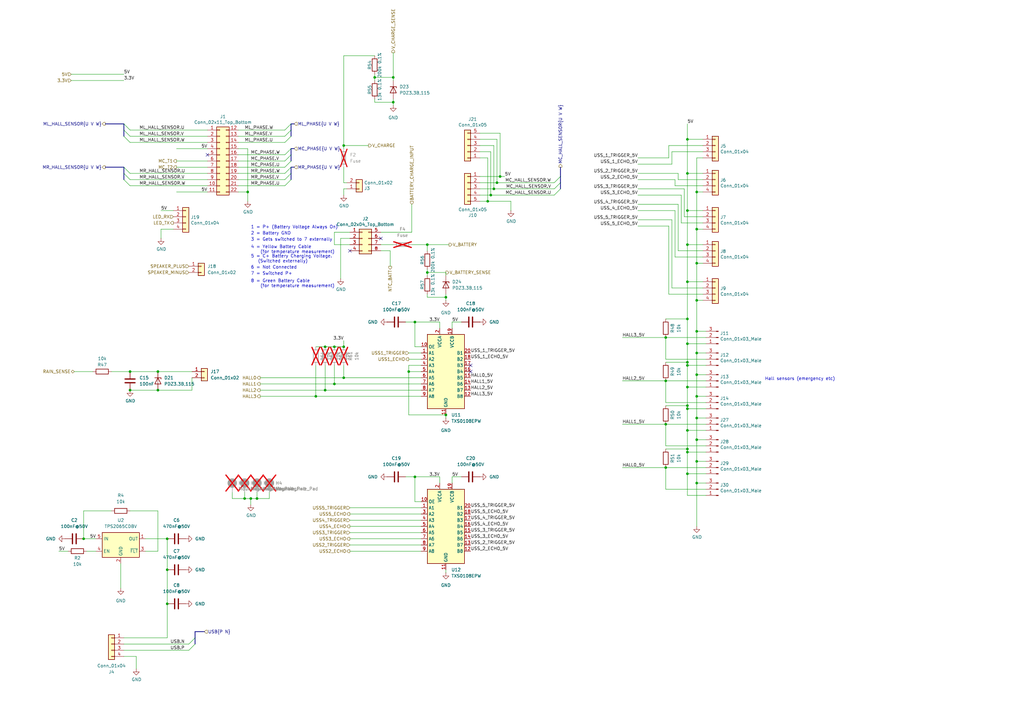
<source format=kicad_sch>
(kicad_sch (version 20231120) (generator "eeschema") (generator_version "8.0")
  (paper "A3")
  (junction (at 182.88 170.18))
  (junction (at 281.94 194.31))
  (junction (at 133.35 160.02))
  (junction (at 53.34 152.4))
  (junction (at 34.29 220.98))
  (junction (at 273.05 138.43))
  (junction (at 285.75 162.56))
  (junction (at 281.94 185.42))
  (junction (at 140.97 59.69))
  (junction (at 100.33 204.47))
  (junction (at 285.75 171.45))
  (junction (at 281.94 158.75))
  (junction (at 285.75 107.95))
  (junction (at 102.87 204.47))
  (junction (at 205.105 72.39))
  (junction (at 137.16 142.24))
  (junction (at 140.97 154.94))
  (junction (at 129.54 162.56))
  (junction (at 68.58 220.98))
  (junction (at 281.94 167.64))
  (junction (at 285.75 189.23))
  (junction (at 281.94 100.33))
  (junction (at 273.05 191.77))
  (junction (at 68.58 247.65))
  (junction (at 170.18 195.58))
  (junction (at 285.75 93.98))
  (junction (at 203.835 74.93))
  (junction (at 182.88 121.92))
  (junction (at 64.77 152.4))
  (junction (at 281.94 140.97))
  (junction (at 281.94 166.37))
  (junction (at 281.94 149.86))
  (junction (at 53.34 160.02))
  (junction (at 140.97 142.24))
  (junction (at 170.18 132.08))
  (junction (at 281.94 86.36))
  (junction (at 133.35 142.24))
  (junction (at 161.29 31.75))
  (junction (at 281.94 71.12))
  (junction (at 64.77 160.02))
  (junction (at 285.75 78.74))
  (junction (at 161.29 41.91))
  (junction (at 167.64 152.4))
  (junction (at 281.94 57.15))
  (junction (at 153.67 31.75))
  (junction (at 285.75 144.78))
  (junction (at 273.05 156.21))
  (junction (at 175.26 100.33))
  (junction (at 202.565 77.47))
  (junction (at 273.05 173.99))
  (junction (at 175.26 111.76))
  (junction (at 281.94 184.15))
  (junction (at 285.75 153.67))
  (junction (at 285.75 180.34))
  (junction (at 285.75 123.19))
  (junction (at 105.41 204.47))
  (junction (at 200.025 82.55))
  (junction (at 285.75 198.12))
  (junction (at 281.94 176.53))
  (junction (at 281.94 130.81))
  (junction (at 201.295 80.01))
  (junction (at 285.75 135.89))
  (junction (at 68.58 233.68))
  (junction (at 101.6 78.74))
  (junction (at 137.16 157.48))
  (junction (at 281.94 115.57))
  (junction (at 281.94 148.59))
  (no_connect (at 193.04 149.86))
  (no_connect (at 85.09 63.5))
  (no_connect (at 193.04 152.4))
  (no_connect (at 156.21 97.79))
  (no_connect (at 143.51 102.87))
  (bus_entry (at 116.84 68.58) (size 2.54 -2.54))
  (bus_entry (at 116.84 73.66) (size 2.54 -2.54))
  (bus_entry (at 50.8 55.88) (size 2.54 2.54))
  (bus_entry (at 50.8 53.34) (size 2.54 2.54))
  (bus_entry (at 116.84 63.5) (size 2.54 -2.54))
  (bus_entry (at 116.84 55.88) (size 2.54 -2.54))
  (bus_entry (at 77.47 266.7) (size 2.54 -2.54))
  (bus_entry (at 116.84 66.04) (size 2.54 -2.54))
  (bus_entry (at 229.87 72.39) (size -2.54 2.54))
  (bus_entry (at 50.8 50.8) (size 2.54 2.54))
  (bus_entry (at 116.84 71.12) (size 2.54 -2.54))
  (bus_entry (at 77.47 264.16) (size 2.54 -2.54))
  (bus_entry (at 50.8 71.12) (size 2.54 2.54))
  (bus_entry (at 116.84 58.42) (size 2.54 -2.54))
  (bus_entry (at 116.84 76.2) (size 2.54 -2.54))
  (bus_entry (at 50.8 73.66) (size 2.54 2.54))
  (bus_entry (at 116.84 53.34) (size 2.54 -2.54))
  (bus_entry (at 229.87 74.93) (size -2.54 2.54))
  (bus_entry (at 229.87 77.47) (size -2.54 2.54))
  (bus_entry (at 50.8 68.58) (size 2.54 2.54))
  (wire (pts (xy 203.835 74.93) (xy 227.33 74.93)))
  (wire (pts (xy 202.565 59.69) (xy 202.565 77.47)))
  (wire (pts (xy 274.32 64.77) (xy 274.32 59.69)))
  (wire (pts (xy 137.16 100.33) (xy 143.51 100.33)))
  (wire (pts (xy 140.97 77.47) (xy 140.97 80.01)))
  (wire (pts (xy 200.025 64.77) (xy 200.025 82.55)))
  (wire (pts (xy 175.26 120.65) (xy 175.26 121.92)))
  (wire (pts (xy 276.86 76.2) (xy 276.86 73.66)))
  (bus (pts (xy 119.38 53.34) (xy 119.38 55.88)))
  (wire (pts (xy 143.51 218.44) (xy 172.72 218.44)))
  (wire (pts (xy 274.32 120.65) (xy 274.32 92.71)))
  (wire (pts (xy 100.33 204.47) (xy 102.87 204.47)))
  (bus (pts (xy 119.38 60.96) (xy 120.65 60.96)))
  (wire (pts (xy 255.27 156.21) (xy 273.05 156.21)))
  (wire (pts (xy 285.75 189.23) (xy 285.75 198.12)))
  (wire (pts (xy 285.75 78.74) (xy 285.75 93.98)))
  (wire (pts (xy 143.51 223.52) (xy 172.72 223.52)))
  (wire (pts (xy 53.34 152.4) (xy 64.77 152.4)))
  (wire (pts (xy 285.75 180.34) (xy 285.75 189.23)))
  (wire (pts (xy 203.835 57.15) (xy 203.835 74.93)))
  (wire (pts (xy 285.75 198.12) (xy 289.56 198.12)))
  (wire (pts (xy 53.34 53.34) (xy 85.09 53.34)))
  (wire (pts (xy 143.51 226.06) (xy 172.72 226.06)))
  (wire (pts (xy 64.77 152.4) (xy 78.74 152.4)))
  (wire (pts (xy 137.16 95.25) (xy 137.16 100.33)))
  (wire (pts (xy 140.97 68.58) (xy 140.97 74.93)))
  (wire (pts (xy 276.86 86.36) (xy 276.86 105.41)))
  (wire (pts (xy 280.67 77.47) (xy 280.67 88.9)))
  (wire (pts (xy 196.85 57.15) (xy 203.835 57.15)))
  (wire (pts (xy 156.21 100.33) (xy 161.29 100.33)))
  (wire (pts (xy 170.18 132.08) (xy 166.37 132.08)))
  (bus (pts (xy 119.38 73.66) (xy 119.38 71.12)))
  (wire (pts (xy 95.25 204.47) (xy 100.33 204.47)))
  (wire (pts (xy 185.42 198.12) (xy 185.42 195.58)))
  (wire (pts (xy 97.79 73.66) (xy 116.84 73.66)))
  (wire (pts (xy 153.67 31.75) (xy 161.29 31.75)))
  (wire (pts (xy 24.13 226.06) (xy 27.94 226.06)))
  (wire (pts (xy 289.56 165.1) (xy 273.05 165.1)))
  (bus (pts (xy 229.87 74.93) (xy 229.87 77.47)))
  (wire (pts (xy 281.94 71.12) (xy 281.94 57.15)))
  (wire (pts (xy 170.18 142.24) (xy 170.18 132.08)))
  (wire (pts (xy 45.72 209.55) (xy 34.29 209.55)))
  (wire (pts (xy 129.54 142.24) (xy 133.35 142.24)))
  (bus (pts (xy 50.8 71.12) (xy 50.8 73.66)))
  (wire (pts (xy 196.85 62.23) (xy 201.295 62.23)))
  (wire (pts (xy 196.85 82.55) (xy 200.025 82.55)))
  (wire (pts (xy 101.6 78.74) (xy 101.6 82.55)))
  (wire (pts (xy 170.18 205.74) (xy 170.18 195.58)))
  (bus (pts (xy 50.8 68.58) (xy 50.8 71.12)))
  (wire (pts (xy 143.51 220.98) (xy 172.72 220.98)))
  (wire (pts (xy 288.29 93.98) (xy 285.75 93.98)))
  (wire (pts (xy 285.75 144.78) (xy 285.75 153.67)))
  (wire (pts (xy 261.62 86.36) (xy 276.86 86.36)))
  (wire (pts (xy 106.68 162.56) (xy 129.54 162.56)))
  (wire (pts (xy 281.94 149.86) (xy 281.94 158.75)))
  (wire (pts (xy 285.75 123.19) (xy 285.75 135.89)))
  (wire (pts (xy 182.88 113.03) (xy 182.88 111.76)))
  (wire (pts (xy 278.13 71.12) (xy 278.13 73.66)))
  (wire (pts (xy 182.88 121.92) (xy 182.88 120.65)))
  (wire (pts (xy 288.29 57.15) (xy 281.94 57.15)))
  (wire (pts (xy 161.29 41.91) (xy 161.29 40.64)))
  (bus (pts (xy 119.38 63.5) (xy 119.38 60.96)))
  (wire (pts (xy 50.8 261.62) (xy 68.58 261.62)))
  (wire (pts (xy 196.85 54.61) (xy 205.105 54.61)))
  (wire (pts (xy 137.16 149.86) (xy 137.16 157.48)))
  (wire (pts (xy 209.55 82.55) (xy 209.55 86.36)))
  (wire (pts (xy 29.21 30.48) (xy 50.8 30.48)))
  (wire (pts (xy 185.42 195.58) (xy 189.23 195.58)))
  (wire (pts (xy 278.13 102.87) (xy 278.13 83.82)))
  (wire (pts (xy 140.97 74.93) (xy 142.24 74.93)))
  (wire (pts (xy 285.75 189.23) (xy 289.56 189.23)))
  (wire (pts (xy 53.34 58.42) (xy 85.09 58.42)))
  (wire (pts (xy 196.85 77.47) (xy 202.565 77.47)))
  (wire (pts (xy 140.97 22.86) (xy 153.67 22.86)))
  (wire (pts (xy 167.64 149.86) (xy 167.64 152.4)))
  (wire (pts (xy 29.21 33.02) (xy 50.8 33.02)))
  (wire (pts (xy 196.85 72.39) (xy 205.105 72.39)))
  (wire (pts (xy 106.68 160.02) (xy 133.35 160.02)))
  (wire (pts (xy 105.41 204.47) (xy 110.49 204.47)))
  (wire (pts (xy 49.53 231.14) (xy 49.53 241.3)))
  (wire (pts (xy 143.51 213.36) (xy 172.72 213.36)))
  (wire (pts (xy 72.39 78.74) (xy 85.09 78.74)))
  (wire (pts (xy 143.51 210.82) (xy 172.72 210.82)))
  (wire (pts (xy 68.58 220.98) (xy 68.58 233.68)))
  (wire (pts (xy 64.77 226.06) (xy 64.77 209.55)))
  (wire (pts (xy 281.94 148.59) (xy 281.94 149.86)))
  (wire (pts (xy 59.69 226.06) (xy 64.77 226.06)))
  (wire (pts (xy 39.37 226.06) (xy 35.56 226.06)))
  (wire (pts (xy 196.85 80.01) (xy 201.295 80.01)))
  (wire (pts (xy 175.26 111.76) (xy 182.88 111.76)))
  (wire (pts (xy 285.75 135.89) (xy 289.56 135.89)))
  (wire (pts (xy 106.68 157.48) (xy 137.16 157.48)))
  (wire (pts (xy 285.75 171.45) (xy 285.75 180.34)))
  (wire (pts (xy 50.8 264.16) (xy 77.47 264.16)))
  (wire (pts (xy 275.59 118.11) (xy 288.29 118.11)))
  (bus (pts (xy 119.38 66.04) (xy 119.38 63.5)))
  (wire (pts (xy 97.79 60.96) (xy 101.6 60.96)))
  (wire (pts (xy 129.54 162.56) (xy 172.72 162.56)))
  (wire (pts (xy 289.56 182.88) (xy 273.05 182.88)))
  (wire (pts (xy 201.295 80.01) (xy 227.33 80.01)))
  (wire (pts (xy 288.29 107.95) (xy 285.75 107.95)))
  (wire (pts (xy 172.72 205.74) (xy 170.18 205.74)))
  (wire (pts (xy 180.34 195.58) (xy 170.18 195.58)))
  (wire (pts (xy 59.69 220.98) (xy 68.58 220.98)))
  (wire (pts (xy 167.64 152.4) (xy 172.72 152.4)))
  (wire (pts (xy 34.29 209.55) (xy 34.29 220.98)))
  (bus (pts (xy 119.38 71.12) (xy 119.38 68.58)))
  (bus (pts (xy 80.01 264.16) (xy 80.01 261.62)))
  (wire (pts (xy 255.27 191.77) (xy 273.05 191.77)))
  (wire (pts (xy 196.85 74.93) (xy 203.835 74.93)))
  (wire (pts (xy 275.59 90.17) (xy 275.59 118.11)))
  (wire (pts (xy 137.16 157.48) (xy 172.72 157.48)))
  (wire (pts (xy 261.62 67.31) (xy 275.59 67.31)))
  (wire (pts (xy 285.75 198.12) (xy 285.75 215.9)))
  (wire (pts (xy 140.97 59.69) (xy 151.13 59.69)))
  (wire (pts (xy 140.97 59.69) (xy 140.97 60.96)))
  (wire (pts (xy 275.59 62.23) (xy 288.29 62.23)))
  (wire (pts (xy 261.62 71.12) (xy 278.13 71.12)))
  (wire (pts (xy 285.75 171.45) (xy 289.56 171.45)))
  (wire (pts (xy 133.35 160.02) (xy 133.35 149.86)))
  (wire (pts (xy 285.75 93.98) (xy 285.75 107.95)))
  (wire (pts (xy 102.87 204.47) (xy 102.87 207.01)))
  (wire (pts (xy 50.8 266.7) (xy 77.47 266.7)))
  (wire (pts (xy 205.105 54.61) (xy 205.105 72.39)))
  (wire (pts (xy 281.94 115.57) (xy 288.29 115.57)))
  (wire (pts (xy 281.94 158.75) (xy 281.94 166.37)))
  (wire (pts (xy 175.26 121.92) (xy 182.88 121.92)))
  (wire (pts (xy 288.29 64.77) (xy 285.75 64.77)))
  (wire (pts (xy 285.75 153.67) (xy 285.75 162.56)))
  (bus (pts (xy 229.87 72.39) (xy 229.87 74.93)))
  (wire (pts (xy 205.105 72.39) (xy 207.01 72.39)))
  (wire (pts (xy 285.75 107.95) (xy 285.75 123.19)))
  (wire (pts (xy 288.29 76.2) (xy 276.86 76.2)))
  (wire (pts (xy 167.64 170.18) (xy 182.88 170.18)))
  (bus (pts (xy 119.38 68.58) (xy 120.65 68.58)))
  (wire (pts (xy 140.97 139.7) (xy 140.97 142.24)))
  (wire (pts (xy 281.94 176.53) (xy 281.94 167.64)))
  (wire (pts (xy 97.79 71.12) (xy 116.84 71.12)))
  (wire (pts (xy 97.79 55.88) (xy 116.84 55.88)))
  (wire (pts (xy 285.75 144.78) (xy 289.56 144.78)))
  (wire (pts (xy 53.34 73.66) (xy 85.09 73.66)))
  (bus (pts (xy 43.18 50.8) (xy 50.8 50.8)))
  (wire (pts (xy 281.94 130.81) (xy 281.94 140.97)))
  (wire (pts (xy 34.29 220.98) (xy 39.37 220.98)))
  (wire (pts (xy 273.05 130.81) (xy 281.94 130.81)))
  (wire (pts (xy 68.58 247.65) (xy 68.58 261.62)))
  (wire (pts (xy 288.29 100.33) (xy 281.94 100.33)))
  (wire (pts (xy 97.79 53.34) (xy 116.84 53.34)))
  (wire (pts (xy 71.12 93.98) (xy 66.04 93.98)))
  (wire (pts (xy 66.04 93.98) (xy 66.04 97.79)))
  (wire (pts (xy 289.56 200.66) (xy 273.05 200.66)))
  (wire (pts (xy 30.48 152.4) (xy 38.1 152.4)))
  (wire (pts (xy 281.94 71.12) (xy 281.94 86.36)))
  (wire (pts (xy 281.94 158.75) (xy 289.56 158.75)))
  (wire (pts (xy 153.67 41.91) (xy 161.29 41.91)))
  (wire (pts (xy 101.6 60.96) (xy 101.6 78.74)))
  (bus (pts (xy 80.01 259.08) (xy 83.82 259.08)))
  (wire (pts (xy 140.97 154.94) (xy 140.97 149.86)))
  (wire (pts (xy 182.88 123.19) (xy 182.88 121.92)))
  (wire (pts (xy 281.94 140.97) (xy 281.94 148.59)))
  (wire (pts (xy 167.64 144.78) (xy 172.72 144.78)))
  (wire (pts (xy 278.13 73.66) (xy 288.29 73.66)))
  (wire (pts (xy 105.41 201.93) (xy 105.41 204.47)))
  (wire (pts (xy 97.79 66.04) (xy 116.84 66.04)))
  (bus (pts (xy 80.01 261.62) (xy 80.01 259.08)))
  (wire (pts (xy 285.75 135.89) (xy 285.75 144.78)))
  (wire (pts (xy 53.34 71.12) (xy 85.09 71.12)))
  (wire (pts (xy 281.94 185.42) (xy 281.94 194.31)))
  (wire (pts (xy 185.42 134.62) (xy 185.42 132.08)))
  (wire (pts (xy 156.21 102.87) (xy 160.02 102.87)))
  (wire (pts (xy 288.29 91.44) (xy 279.4 91.44)))
  (wire (pts (xy 281.94 184.15) (xy 281.94 185.42)))
  (wire (pts (xy 185.42 132.08) (xy 189.23 132.08)))
  (bus (pts (xy 229.87 68.58) (xy 229.87 72.39)))
  (wire (pts (xy 289.56 203.2) (xy 281.94 203.2)))
  (wire (pts (xy 281.94 140.97) (xy 289.56 140.97)))
  (wire (pts (xy 281.94 57.15) (xy 281.94 50.8)))
  (wire (pts (xy 281.94 176.53) (xy 289.56 176.53)))
  (wire (pts (xy 180.34 134.62) (xy 180.34 132.08)))
  (bus (pts (xy 43.18 68.58) (xy 50.8 68.58)))
  (wire (pts (xy 72.39 60.96) (xy 85.09 60.96)))
  (wire (pts (xy 255.27 173.99) (xy 273.05 173.99)))
  (wire (pts (xy 153.67 31.75) (xy 153.67 33.02)))
  (wire (pts (xy 97.79 58.42) (xy 116.84 58.42)))
  (wire (pts (xy 153.67 30.48) (xy 153.67 31.75)))
  (wire (pts (xy 102.87 204.47) (xy 105.41 204.47)))
  (wire (pts (xy 288.29 86.36) (xy 281.94 86.36)))
  (wire (pts (xy 129.54 149.86) (xy 129.54 162.56)))
  (bus (pts (xy 50.8 50.8) (xy 50.8 53.34)))
  (wire (pts (xy 95.25 201.93) (xy 95.25 204.47)))
  (wire (pts (xy 196.85 64.77) (xy 200.025 64.77)))
  (wire (pts (xy 289.56 167.64) (xy 281.94 167.64)))
  (wire (pts (xy 280.67 88.9) (xy 288.29 88.9)))
  (wire (pts (xy 276.86 73.66) (xy 261.62 73.66)))
  (wire (pts (xy 200.025 82.55) (xy 209.55 82.55)))
  (wire (pts (xy 273.05 184.15) (xy 281.94 184.15)))
  (wire (pts (xy 273.05 165.1) (xy 273.05 156.21)))
  (wire (pts (xy 281.94 176.53) (xy 281.94 184.15)))
  (wire (pts (xy 288.29 102.87) (xy 278.13 102.87)))
  (wire (pts (xy 133.35 142.24) (xy 137.16 142.24)))
  (wire (pts (xy 142.24 77.47) (xy 140.97 77.47)))
  (wire (pts (xy 55.88 269.24) (xy 55.88 274.32)))
  (wire (pts (xy 143.51 95.25) (xy 137.16 95.25)))
  (wire (pts (xy 172.72 149.86) (xy 167.64 149.86)))
  (wire (pts (xy 202.565 77.47) (xy 227.33 77.47)))
  (wire (pts (xy 279.4 80.01) (xy 261.62 80.01)))
  (bus (pts (xy 50.8 53.34) (xy 50.8 55.88)))
  (wire (pts (xy 289.56 147.32) (xy 273.05 147.32)))
  (wire (pts (xy 288.29 78.74) (xy 285.75 78.74)))
  (wire (pts (xy 273.05 148.59) (xy 281.94 148.59)))
  (wire (pts (xy 97.79 68.58) (xy 116.84 68.58)))
  (wire (pts (xy 170.18 195.58) (xy 166.37 195.58)))
  (wire (pts (xy 281.94 149.86) (xy 289.56 149.86)))
  (wire (pts (xy 285.75 162.56) (xy 289.56 162.56)))
  (wire (pts (xy 64.77 209.55) (xy 53.34 209.55)))
  (wire (pts (xy 285.75 162.56) (xy 285.75 171.45)))
  (wire (pts (xy 140.97 22.86) (xy 140.97 59.69)))
  (wire (pts (xy 182.88 171.45) (xy 182.88 170.18)))
  (wire (pts (xy 273.05 156.21) (xy 289.56 156.21)))
  (wire (pts (xy 281.94 194.31) (xy 289.56 194.31)))
  (wire (pts (xy 97.79 78.74) (xy 101.6 78.74)))
  (wire (pts (xy 196.85 59.69) (xy 202.565 59.69)))
  (wire (pts (xy 288.29 120.65) (xy 274.32 120.65)))
  (wire (pts (xy 255.27 138.43) (xy 273.05 138.43)))
  (wire (pts (xy 261.62 64.77) (xy 274.32 64.77)))
  (wire (pts (xy 97.79 63.5) (xy 116.84 63.5)))
  (wire (pts (xy 175.26 100.33) (xy 184.15 100.33)))
  (wire (pts (xy 281.94 185.42) (xy 289.56 185.42)))
  (wire (pts (xy 143.51 215.9) (xy 172.72 215.9)))
  (wire (pts (xy 143.51 97.79) (xy 139.7 97.79)))
  (wire (pts (xy 172.72 142.24) (xy 170.18 142.24)))
  (wire (pts (xy 78.74 160.02) (xy 64.77 160.02)))
  (wire (pts (xy 161.29 33.02) (xy 161.29 31.75)))
  (wire (pts (xy 180.34 198.12) (xy 180.34 195.58)))
  (wire (pts (xy 97.79 76.2) (xy 116.84 76.2)))
  (wire (pts (xy 161.29 43.18) (xy 161.29 41.91)))
  (wire (pts (xy 285.75 153.67) (xy 289.56 153.67)))
  (wire (pts (xy 273.05 200.66) (xy 273.05 191.77)))
  (wire (pts (xy 281.94 115.57) (xy 281.94 130.81)))
  (wire (pts (xy 156.21 95.25) (xy 168.91 95.25)))
  (wire (pts (xy 180.34 132.08) (xy 170.18 132.08)))
  (wire (pts (xy 274.32 92.71) (xy 261.62 92.71)))
  (wire (pts (xy 139.7 97.79) (xy 139.7 114.3)))
  (wire (pts (xy 153.67 40.64) (xy 153.67 41.91)))
  (wire (pts (xy 167.64 152.4) (xy 167.64 170.18)))
  (wire (pts (xy 85.09 68.58) (xy 72.39 68.58)))
  (wire (pts (xy 50.8 269.24) (xy 55.88 269.24)))
  (wire (pts (xy 281.94 100.33) (xy 281.94 115.57)))
  (wire (pts (xy 106.68 154.94) (xy 140.97 154.94)))
  (wire (pts (xy 53.34 76.2) (xy 85.09 76.2)))
  (wire (pts (xy 45.72 152.4) (xy 53.34 152.4)))
  (wire (pts (xy 168.91 100.33) (xy 175.26 100.33)))
  (wire (pts (xy 140.97 154.94) (xy 172.72 154.94)))
  (wire (pts (xy 161.29 21.59) (xy 161.29 31.75)))
  (wire (pts (xy 100.33 201.93) (xy 100.33 204.47)))
  (wire (pts (xy 276.86 105.41) (xy 288.29 105.41)))
  (wire (pts (xy 273.05 182.88) (xy 273.05 173.99)))
  (wire (pts (xy 278.13 83.82) (xy 261.62 83.82)))
  (wire (pts (xy 78.74 154.94) (xy 78.74 160.02)))
  (wire (pts (xy 288.29 71.12) (xy 281.94 71.12)))
  (wire (pts (xy 285.75 64.77) (xy 285.75 78.74)))
  (bus (pts (xy 119.38 50.8) (xy 120.65 50.8)))
  (wire (pts (xy 172.72 160.02) (xy 133.35 160.02)))
  (wire (pts (xy 137.16 142.24) (xy 140.97 142.24)))
  (wire (pts (xy 53.34 160.02) (xy 64.77 160.02)))
  (wire (pts (xy 175.26 111.76) (xy 175.26 113.03)))
  (wire (pts (xy 66.04 86.36) (xy 71.12 86.36)))
  (wire (pts (xy 53.34 55.88) (xy 85.09 55.88)))
  (wire (pts (xy 110.49 204.47) (xy 110.49 201.93)))
  (wire (pts (xy 167.64 147.32) (xy 172.72 147.32)))
  (wire (pts (xy 281.94 86.36) (xy 281.94 100.33)))
  (wire (pts (xy 261.62 90.17) (xy 275.59 90.17)))
  (wire (pts (xy 273.05 191.77) (xy 289.56 191.77)))
  (wire (pts (xy 273.05 147.32) (xy 273.05 138.43)))
  (wire (pts (xy 275.59 67.31) (xy 275.59 62.23)))
  (wire (pts (xy 201.295 62.23) (xy 201.295 80.01)))
  (wire (pts (xy 68.58 233.68) (xy 68.58 247.65)))
  (wire (pts (xy 273.05 166.37) (xy 281.94 166.37)))
  (wire (pts (xy 285.75 180.34) (xy 289.56 180.34)))
  (wire (pts (xy 281.94 166.37) (xy 281.94 167.64)))
  (wire (pts (xy 273.05 173.99) (xy 289.56 173.99)))
  (wire (pts (xy 85.09 66.04) (xy 72.39 66.04)))
  (wire (pts (xy 182.88 234.95) (xy 182.88 233.68)))
  (wire (pts (xy 175.26 110.49) (xy 175.26 111.76)))
  (wire (pts (xy 279.4 91.44) (xy 279.4 80.01)))
  (wire (pts (xy 274.32 59.69) (xy 288.29 59.69)))
  (wire (pts (xy 160.02 102.87) (xy 160.02 109.22)))
  (bus (pts (xy 119.38 53.34) (xy 119.38 50.8)))
  (wire (pts (xy 273.05 138.43) (xy 289.56 138.43)))
  (wire (pts (xy 281.94 194.31) (xy 281.94 203.2)))
  (wire (pts (xy 288.29 123.19) (xy 285.75 123.19)))
  (wire (pts (xy 143.51 208.28) (xy 172.72 208.28)))
  (wire (pts (xy 168.91 83.82) (xy 168.91 95.25)))
  (wire (pts (xy 175.26 102.87) (xy 175.26 100.33)))
  (wire (pts (xy 261.62 77.47) (xy 280.67 77.47)))
  (text "3 = Gets switched to 7 externally" (at 102.87 99.06 0) (effects (font (size 1.27 1.27)) (justify left bottom)))
  (text "8 = Green Battery Cable\n    (for temperature measurement)" (at 102.87 118.11 0) (effects (font (size 1.27 1.27)) (justify left bottom)))
  (text "7 = Switched P+" (at 102.87 113.03 0) (effects (font (size 1.27 1.27)) (justify left bottom)))
  (text "2 = Battery GND" (at 102.87 96.52 0) (effects (font (size 1.27 1.27)) (justify left bottom)))
  (text "4 = Yellow Battery Cable\n    (for temperature measurement)" (at 102.87 104.14 0) (effects (font (size 1.27 1.27)) (justify left bottom)))
  (text "6 = Not Connected" (at 102.87 110.49 0) (effects (font (size 1.27 1.27)) (justify left bottom)))
  (text "5 = C+ Battery Charging Voltage.\n   (Switched externally)" (at 102.87 107.95 0) (effects (font (size 1.27 1.27)) (justify left bottom)))
  (text "1 = P+ (Battery Voltage Always On)" (at 102.87 93.98 0) (effects (font (size 1.27 1.27)) (justify left bottom)))
  (text "Hall sensors (emergency etc)" (at 313.69 156.21 0) (effects (font (size 1.27 1.27)) (justify left bottom)))
  (label "USS_2_TRIGGER_5V" (at 261.62 71.12 180))
  (label "HALL0_5V" (at 193.04 154.94 0))
  (label "USS_4_ECHO_5V" (at 193.04 215.9 0))
  (label "HALL1_5V" (at 193.04 157.48 0))
  (label "MC_PHASE.V" (at 102.87 66.04 0))
  (label "5V" (at 66.04 86.36 0))
  (label "MR_HALL_SENSOR.U" (at 57.15 71.12 0))
  (label "HALL2_5V" (at 193.04 160.02 0))
  (label "5V" (at 50.8 30.48 0))
  (label "5V" (at 185.42 132.08 0))
  (label "HALL3_5V" (at 193.04 162.56 0))
  (label "5V" (at 82.55 78.74 0))
  (label "USS_3_TRIGGER_5V" (at 261.62 77.47 180))
  (label "ML_PHASE.W" (at 100.33 53.34 0))
  (label "MR_PHASE.V" (at 102.87 73.66 0))
  (label "ML_HALL_SENSOR.W" (at 57.15 58.42 0))
  (label "MC_HALL_SENSOR.V" (at 226.06 77.47 180))
  (label "5V" (at 281.94 50.8 0))
  (label "ML_PHASE.V" (at 100.33 55.88 0))
  (label "3.3V" (at 140.97 139.7 180))
  (label "USS_5_ECHO_5V" (at 193.04 210.82 0))
  (label "HALL1_5V" (at 255.27 173.99 0))
  (label "USS_3_ECHO_5V" (at 193.04 220.98 0))
  (label "3.3V" (at 50.8 33.02 0))
  (label "USS_3_ECHO_5V" (at 261.62 80.01 180))
  (label "USS_4_ECHO_5V" (at 261.62 86.36 180))
  (label "USS_3_TRIGGER_5V" (at 193.04 218.44 0))
  (label "USS_2_TRIGGER_5V" (at 193.04 223.52 0))
  (label "MR_PHASE.U" (at 102.87 76.2 0))
  (label "5V" (at 185.42 195.58 0))
  (label "5V" (at 207.01 72.39 0))
  (label "MC_HALL_SENSOR.U" (at 226.06 80.01 180))
  (label "ML_PHASE.U" (at 100.33 58.42 0))
  (label "ML_HALL_SENSOR.V" (at 57.15 55.88 0))
  (label "HALL2_5V" (at 255.27 156.21 0))
  (label "USS_1_ECHO_5V" (at 193.04 147.32 0))
  (label "USS_2_ECHO_5V" (at 193.04 226.06 0))
  (label "MR_PHASE.W" (at 102.87 71.12 0))
  (label "MR_HALL_SENSOR.W" (at 57.15 76.2 0))
  (label "USS_5_TRIGGER_5V" (at 261.62 90.17 180))
  (label "USB.P" (at 69.85 266.7 0))
  (label "USS_4_TRIGGER_5V" (at 261.62 83.82 180))
  (label "USB.N" (at 69.85 264.16 0))
  (label "USS_1_TRIGGER_5V" (at 261.62 64.77 180))
  (label "USS_1_TRIGGER_5V" (at 193.04 144.78 0))
  (label "HALL0_5V" (at 255.27 191.77 0))
  (label "5V" (at 39.37 220.98 180))
  (label "MC_PHASE.U" (at 102.87 68.58 0))
  (label "3.3V" (at 180.34 195.58 180))
  (label "USS_2_ECHO_5V" (at 261.62 73.66 180))
  (label "MR_HALL_SENSOR.V" (at 57.15 73.66 0))
  (label "3.3V" (at 180.34 132.08 180))
  (label "5V" (at 24.13 226.06 0))
  (label "5V" (at 82.55 60.96 0))
  (label "USS_4_TRIGGER_5V" (at 193.04 213.36 0))
  (label "ML_HALL_SENSOR.U" (at 57.15 53.34 0))
  (label "HALL3_5V" (at 255.27 138.43 0))
  (label "MC_PHASE.W" (at 102.87 63.5 0))
  (label "USS_5_TRIGGER_5V" (at 193.04 208.28 0))
  (label "MC_HALL_SENSOR.W" (at 226.06 74.93 180))
  (label "USS_1_ECHO_5V" (at 261.62 67.31 180))
  (label "USS_5_ECHO_5V" (at 261.62 92.71 180))
  (hierarchical_label "USS3_TRIGGER" (shape input) (at 143.51 218.44 180))
  (hierarchical_label "SPEAKER_PLUS" (shape input) (at 77.47 109.22 180))
  (hierarchical_label "USS2_TRIGGER" (shape input) (at 143.51 223.52 180))
  (hierarchical_label "LED_TX" (shape output) (at 71.12 91.44 180))
  (hierarchical_label "HALL1" (shape output) (at 106.68 157.48 180))
  (hierarchical_label "USS4_TRIGGER" (shape input) (at 143.51 213.36 180))
  (hierarchical_label "SPEAKER_MINUS" (shape input) (at 77.47 111.76 180))
  (hierarchical_label "USS2_ECHO" (shape output) (at 143.51 226.06 180))
  (hierarchical_label "V_CHARGE_SENSE" (shape output) (at 161.29 21.59 90))
  (hierarchical_label "V_CHARGE" (shape output) (at 151.13 59.69 0))
  (hierarchical_label "RAIN_SENSE" (shape bidirectional) (at 30.48 152.4 180))
  (hierarchical_label "V_BATTERY" (shape output) (at 184.15 100.33 0))
  (hierarchical_label "MC_HALL_SENSOR{U V W}" (shape output) (at 229.87 68.58 90))
  (hierarchical_label "USS1_TRIGGER" (shape input) (at 167.64 144.78 180))
  (hierarchical_label "USS4_ECHO" (shape output) (at 143.51 215.9 180))
  (hierarchical_label "BATTERY_CHARGE_INPUT" (shape input) (at 168.91 83.82 90))
  (hierarchical_label "USS5_ECHO" (shape output) (at 143.51 210.82 180))
  (hierarchical_label "HALL2" (shape output) (at 106.68 160.02 180))
  (hierarchical_label "3.3V" (shape input) (at 29.21 33.02 180))
  (hierarchical_label "MC_PHASE{U V W}" (shape input) (at 120.65 60.96 0))
  (hierarchical_label "MR_PHASE{U V W}" (shape input) (at 120.65 68.58 0))
  (hierarchical_label "USS5_TRIGGER" (shape input) (at 143.51 208.28 180))
  (hierarchical_label "HALL0" (shape output) (at 106.68 154.94 180))
  (hierarchical_label "MC_T1" (shape output) (at 72.39 66.04 180))
  (hierarchical_label "NTC_BATT" (shape output) (at 160.02 109.22 270))
  (hierarchical_label "USS1_ECHO" (shape output) (at 167.64 147.32 180))
  (hierarchical_label "V_BATTERY_SENSE" (shape output) (at 182.88 111.76 0))
  (hierarchical_label "ML_HALL_SENSOR{U V W}" (shape output) (at 43.18 50.8 180))
  (hierarchical_label "MC_T2" (shape output) (at 72.39 68.58 180))
  (hierarchical_label "LED_RX" (shape input) (at 71.12 88.9 180))
  (hierarchical_label "USS3_ECHO" (shape output) (at 143.51 220.98 180))
  (hierarchical_label "MR_HALL_SENSOR{U V W}" (shape output) (at 43.18 68.58 180))
  (hierarchical_label "ML_PHASE{U V W}" (shape input) (at 120.65 50.8 0))
  (hierarchical_label "HALL3" (shape output) (at 106.68 162.56 180))
  (hierarchical_label "USB{P N}" (shape input) (at 83.82 259.08 0))
  (hierarchical_label "5V" (shape input) (at 29.21 30.48 180))
  (symbol (lib_id "Mechanical:MountingHole_Pad") (at 95.25 199.39 0) (unit 1) (dnp yes)
    (property "Reference" "H1" (at 97.79 198.1454 0) (effects (justify left)))
    (property "Value" "MountingHole_Pad" (at 97.79 200.4568 0) (effects (justify left)))
    (property "Footprint" "MountingHole:MountingHole_5mm_Pad_Via" (effects (hide yes)))
    (property "Config" "do not place" (effects (hide yes)))
    (property "DNP" "Y" (effects (hide yes)))
  )
  (symbol (lib_id "power:GND") (at 209.55 86.36 0) (unit 1)
    (property "Reference" "#PWR06" (effects (hide yes)))
    (property "Value" "GND" (at 209.677 90.7542 0))
    (property "Description" "Power symbol creates a global label with name \"GND\" , ground" (effects (hide yes)))
  )
  (symbol (lib_id "Connector:Conn_01x03_Male") (at 294.64 138.43 180) (unit 1)
    (property "Reference" "J11" (at 295.3512 136.7028 0) (effects (justify right)))
    (property "Value" "Conn_01x03_Male" (at 295.3512 139.0142 0) (effects (justify right)))
    (property "Footprint" "Connector_JST:JST_XH_B3B-XH-A_1x03_P2.50mm_Vertical" (effects (hide yes)))
    (property "Digikey" "455-2231-ND" (effects (hide yes)))
    (property "Part Number" "B3B-XH-AM(LF)(SN)" (effects (hide yes)))
    (property "Stock_PN" "J-JST-XH-1x3" (effects (hide yes)))
    (property "JLC" "C144394" (effects (hide yes)))
  )
  (symbol (lib_id "Connector_Generic:Conn_02x11_Top_Bottom") (at 90.17 66.04 0) (unit 1)
    (property "Reference" "J1" (at 91.44 47.8282 0))
    (property "Value" "Conn_02x11_Top_Bottom" (at 91.44 50.1396 0))
    (property "Footprint" "Connector_Molex:Molex_Mini-Fit_Jr_5566-22A_2x11_P4.20mm_Vertical" (effects (hide yes)))
    (property "Digikey" "WM23810-ND" (effects (hide yes)))
    (property "Part Number" "0039288220" (effects (hide yes)))
    (property "Stock_PN" "J-TH-4.2mm-2x11F" (effects (hide yes)))
    (property "JLC" "C492534" (effects (hide yes)))
  )
  (symbol (lib_id "Device:R") (at 273.05 152.4 0) (mirror y) (unit 1)
    (property "Reference" "R49" (at 275.844 152.4 90))
    (property "Value" "10k" (at 278.384 152.4 90))
    (property "Footprint" "Resistor_SMD:R_0402_1005Metric" (effects (hide yes)))
    (property "Description" "Resistor" (effects (hide yes)))
    (property "JLC" "C25744" (effects (hide yes)))
  )
  (symbol (lib_id "power:GND") (at 139.7 114.3 0) (unit 1)
    (property "Reference" "#PWR04" (effects (hide yes)))
    (property "Value" "GND" (at 139.827 118.6942 0))
    (property "Description" "Power symbol creates a global label with name \"GND\" , ground" (effects (hide yes)))
  )
  (symbol (lib_id "power:GND") (at 102.87 207.01 0) (unit 1)
    (property "Reference" "#PWR0140" (effects (hide yes)))
    (property "Value" "GND" (at 102.997 211.4042 0))
    (property "Description" "Power symbol creates a global label with name \"GND\" , ground" (effects (hide yes)))
  )
  (symbol (lib_id "power:GND") (at 55.88 274.32 0) (unit 1)
    (property "Reference" "#PWR0132" (effects (hide yes)))
    (property "Value" "GND" (at 56.007 278.7142 0))
    (property "Description" "Power symbol creates a global label with name \"GND\" , ground" (effects (hide yes)))
  )
  (symbol (lib_id "Connector:Conn_01x03_Male") (at 294.64 200.66 180) (unit 1)
    (property "Reference" "J30" (at 295.3512 198.9328 0) (effects (justify right)))
    (property "Value" "Conn_01x03_Male" (at 295.3512 201.2442 0) (effects (justify right)))
    (property "Footprint" "Connector_JST:JST_XH_B3B-XH-A_1x03_P2.50mm_Vertical" (effects (hide yes)))
    (property "Digikey" "455-2231-ND" (effects (hide yes)))
    (property "Part Number" "B3B-XH-AM(LF)(SN)" (effects (hide yes)))
    (property "Stock_PN" "J-JST-XH-1x3" (effects (hide yes)))
    (property "JLC" "C144394" (effects (hide yes)))
  )
  (symbol (lib_id "power:GND") (at 158.75 195.58 270) (mirror x) (unit 1)
    (property "Reference" "#PWR0143" (effects (hide yes)))
    (property "Value" "GND" (at 154.94 195.5799 90) (effects (justify right)))
    (property "Description" "Power symbol creates a global label with name \"GND\" , ground" (effects (hide yes)))
  )
  (symbol (lib_id "Device:D_Zener") (at 64.77 156.21 270) (unit 1)
    (property "Reference" "D21" (at 67.31 154.9399 90) (effects (justify left)))
    (property "Value" "PDZ3.3B,115" (at 67.31 157.4799 90) (effects (justify left)))
    (property "Footprint" "Diode_SMD:D_SOD-323" (effects (hide yes)))
    (property "Description" "Zener diode" (effects (hide yes)))
    (property "JLC" "C426855" (effects (hide yes)))
  )
  (symbol (lib_id "power:GND") (at 49.53 241.3 0) (mirror y) (unit 1)
    (property "Reference" "#PWR011" (effects (hide yes)))
    (property "Value" "GND" (at 49.53 246.38 0))
    (property "Description" "Power symbol creates a global label with name \"GND\" , ground" (effects (hide yes)))
  )
  (symbol (lib_id "Connector_Generic:Conn_01x05") (at 191.77 59.69 180) (unit 1)
    (property "Reference" "J21" (at 193.8528 48.895 0))
    (property "Value" "Conn_01x05" (at 193.8528 51.2064 0))
    (property "Footprint" "Connector_JST:JST_XH_B5B-XH-A_1x05_P2.50mm_Vertical" (effects (hide yes)))
    (property "Digikey" "455-2270-ND" (effects (hide yes)))
    (property "Part Number" "B5B-XH-A(LF)(SN)" (effects (hide yes)))
    (property "Stock_PN" "J-JST-XH-1x5" (effects (hide yes)))
    (property "JLC" "C157991" (effects (hide yes)))
  )
  (symbol (lib_id "Connector_Generic:Conn_01x04") (at 76.2 88.9 0) (unit 1)
    (property "Reference" "J19" (at 78.232 89.1032 0) (effects (justify left)))
    (property "Value" "Conn_01x04" (at 78.232 91.4146 0) (effects (justify left)))
    (property "Footprint" "Connector_JST:JST_XH_B4B-XH-A_1x04_P2.50mm_Vertical" (effects (hide yes)))
    (property "Digikey" "455-2249-ND" (effects (hide yes)))
    (property "Part Number" "B4B-XH-A(LF)(SN)" (effects (hide yes)))
    (property "Stock_PN" "J-JST-XH-1x4" (effects (hide yes)))
    (property "JLC" "C144395" (effects (hide yes)))
  )
  (symbol (lib_id "power:GND") (at 196.85 132.08 90) (mirror x) (unit 1)
    (property "Reference" "#PWR0142" (effects (hide yes)))
    (property "Value" "GND" (at 200.66 132.0799 90) (effects (justify right)))
    (property "Description" "Power symbol creates a global label with name \"GND\" , ground" (effects (hide yes)))
  )
  (symbol (lib_id "xtech:Dummy") (at 179.07 -20.32 0) (unit 1)
    (property "Reference" "U16" (at 198.12 -24.7651 0) (effects (justify left)))
    (property "Value" "Fuse Holder" (at 198.12 -22.86 0) (effects (justify left)))
    (property "Footprint" "xtech:Dummy" (effects (hide yes)))
    (property "JLC" "C206977" (effects (hide yes)))
  )
  (symbol (lib_id "Device:R") (at 175.26 116.84 180) (unit 1)
    (property "Reference" "R57" (at 173.228 116.84 90))
    (property "Value" "13k 0.1%" (at 177.546 116.84 90))
    (property "Footprint" "Resistor_SMD:R_0402_1005Metric" (effects (hide yes)))
    (property "Description" "Resistor" (effects (hide yes)))
    (property "JLC" "C852524" (effects (hide yes)))
  )
  (symbol (lib_id "Device:D_Zener") (at 161.29 36.83 270) (unit 1)
    (property "Reference" "D23" (at 163.83 35.5599 90) (effects (justify left)))
    (property "Value" "PDZ3.3B,115" (at 163.83 38.0999 90) (effects (justify left)))
    (property "Footprint" "Diode_SMD:D_SOD-323" (effects (hide yes)))
    (property "Description" "Zener diode" (effects (hide yes)))
    (property "JLC" "C426855" (effects (hide yes)))
  )
  (symbol (lib_id "Connector:Conn_01x03_Male") (at 294.64 156.21 180) (unit 1)
    (property "Reference" "J13" (at 295.3512 154.4828 0) (effects (justify right)))
    (property "Value" "Conn_01x03_Male" (at 295.3512 156.7942 0) (effects (justify right)))
    (property "Footprint" "Connector_JST:JST_XH_B3B-XH-A_1x03_P2.50mm_Vertical" (effects (hide yes)))
    (property "Digikey" "455-2231-ND" (effects (hide yes)))
    (property "Part Number" "B3B-XH-AM(LF)(SN)" (effects (hide yes)))
    (property "Stock_PN" "J-JST-XH-1x3" (effects (hide yes)))
    (property "JLC" "C144394" (effects (hide yes)))
  )
  (symbol (lib_id "Device:R") (at 49.53 209.55 90) (mirror x) (unit 1)
    (property "Reference" "R4" (at 49.53 203.2 90))
    (property "Value" "10k" (at 49.53 205.74 90))
    (property "Footprint" "Resistor_SMD:R_0402_1005Metric" (effects (hide yes)))
    (property "Description" "Resistor" (effects (hide yes)))
    (property "JLC" "C25744" (effects (hide yes)))
  )
  (symbol (lib_id "Connector:Conn_01x03_Male") (at 294.64 191.77 180) (unit 1)
    (property "Reference" "J29" (at 295.3512 190.0428 0) (effects (justify right)))
    (property "Value" "Conn_01x03_Male" (at 295.3512 192.3542 0) (effects (justify right)))
    (property "Footprint" "Connector_JST:JST_XH_B3B-XH-A_1x03_P2.50mm_Vertical" (effects (hide yes)))
    (property "Digikey" "455-2231-ND" (effects (hide yes)))
    (property "Part Number" "B3B-XH-AM(LF)(SN)" (effects (hide yes)))
    (property "Stock_PN" "J-JST-XH-1x3" (effects (hide yes)))
    (property "JLC" "C144394" (effects (hide yes)))
  )
  (symbol (lib_id "power:GND") (at 285.75 215.9 0) (unit 1)
    (property "Reference" "#PWR08" (effects (hide yes)))
    (property "Value" "GND" (at 285.877 220.2942 0))
    (property "Description" "Power symbol creates a global label with name \"GND\" , ground" (effects (hide yes)))
  )
  (symbol (lib_id "Connector:Conn_01x03_Male") (at 294.64 173.99 180) (unit 1)
    (property "Reference" "J27" (at 295.3512 172.2628 0) (effects (justify right)))
    (property "Value" "Conn_01x03_Male" (at 295.3512 174.5742 0) (effects (justify right)))
    (property "Footprint" "Connector_JST:JST_XH_B3B-XH-A_1x03_P2.50mm_Vertical" (effects (hide yes)))
    (property "Digikey" "455-2231-ND" (effects (hide yes)))
    (property "Part Number" "B3B-XH-AM(LF)(SN)" (effects (hide yes)))
    (property "Stock_PN" "J-JST-XH-1x3" (effects (hide yes)))
    (property "JLC" "C144394" (effects (hide yes)))
  )
  (symbol (lib_id "Device:C") (at 72.39 233.68 90) (unit 1)
    (property "Reference" "C7" (at 72.39 226.06 90))
    (property "Value" "470nF@50V" (at 72.39 228.6 90))
    (property "Footprint" "Capacitor_SMD:C_0805_2012Metric" (effects (hide yes)))
    (property "Description" "Unpolarized capacitor" (effects (hide yes)))
    (property "JLC" "C13967" (effects (hide yes)))
  )
  (symbol (lib_id "xtech:Dummy") (at 179.07 -2.54 0) (unit 1)
    (property "Reference" "U14" (at 198.12 -6.9851 0) (effects (justify left)))
    (property "Value" "Fuse Holder" (at 198.12 -5.08 0) (effects (justify left)))
    (property "Footprint" "xtech:Dummy" (effects (hide yes)))
    (property "JLC" "C206977" (effects (hide yes)))
  )
  (symbol (lib_id "power:GND") (at 158.75 132.08 270) (mirror x) (unit 1)
    (property "Reference" "#PWR0141" (effects (hide yes)))
    (property "Value" "GND" (at 154.94 132.0799 90) (effects (justify right)))
    (property "Description" "Power symbol creates a global label with name \"GND\" , ground" (effects (hide yes)))
  )
  (symbol (lib_id "Device:C") (at 72.39 220.98 90) (unit 1)
    (property "Reference" "C6" (at 72.39 213.36 90))
    (property "Value" "470nF@50V" (at 72.39 215.9 90))
    (property "Footprint" "Capacitor_SMD:C_0805_2012Metric" (effects (hide yes)))
    (property "Description" "Unpolarized capacitor" (effects (hide yes)))
    (property "JLC" "C13967" (effects (hide yes)))
  )
  (symbol (lib_id "Device:C") (at 162.56 132.08 270) (unit 1)
    (property "Reference" "C17" (at 162.56 124.46 90))
    (property "Value" "100nF@50V" (at 162.56 127 90))
    (property "Footprint" "Capacitor_SMD:C_0402_1005Metric" (effects (hide yes)))
    (property "Description" "Unpolarized capacitor" (effects (hide yes)))
    (property "JLC" "C307331" (effects (hide yes)))
  )
  (symbol (lib_id "Device:C") (at 53.34 156.21 0) (unit 1)
    (property "Reference" "C15" (at 57.15 154.9399 0) (effects (justify left)))
    (property "Value" "100nF" (at 57.15 157.4799 0) (effects (justify left)))
    (property "Footprint" "Capacitor_SMD:C_0402_1005Metric" (effects (hide yes)))
    (property "Description" "Unpolarized capacitor" (effects (hide yes)))
    (property "JLC" "C307331" (effects (hide yes)))
  )
  (symbol (lib_id "Connector_Generic:Conn_01x04") (at 293.37 118.11 0) (unit 1)
    (property "Reference" "J9" (at 295.402 118.3132 0) (effects (justify left)))
    (property "Value" "Conn_01x04" (at 295.402 120.6246 0) (effects (justify left)))
    (property "Footprint" "Connector_JST:JST_XH_B4B-XH-A_1x04_P2.50mm_Vertical" (effects (hide yes)))
    (property "Digikey" "455-2249-ND" (effects (hide yes)))
    (property "Part Number" "B4B-XH-A(LF)(SN)" (effects (hide yes)))
    (property "Stock_PN" "J-JST-XH-1x4" (effects (hide yes)))
    (property "JLC" "C144395" (effects (hide yes)))
  )
  (symbol (lib_id "Mechanical:MountingHole_Pad") (at 100.33 199.39 0) (unit 1) (dnp yes)
    (property "Reference" "H2" (at 102.87 198.1454 0) (effects (justify left)))
    (property "Value" "MountingHole_Pad" (at 102.87 200.4568 0) (effects (justify left)))
    (property "Footprint" "MountingHole:MountingHole_5mm_Pad_Via" (effects (hide yes)))
    (property "Config" "do not place" (effects (hide yes)))
    (property "DNP" "Y" (effects (hide yes)))
  )
  (symbol (lib_id "xtech:Dummy") (at 179.07 -11.43 0) (unit 1)
    (property "Reference" "U15" (at 198.12 -15.8751 0) (effects (justify left)))
    (property "Value" "Fuse Holder" (at 198.12 -13.97 0) (effects (justify left)))
    (property "Footprint" "xtech:Dummy" (effects (hide yes)))
    (property "JLC" "C206977" (effects (hide yes)))
  )
  (symbol (lib_id "Connector_Generic:Conn_02x04_Top_Bottom") (at 148.59 97.79 0) (unit 1)
    (property "Reference" "J2" (at 149.86 89.7382 0))
    (property "Value" "Conn_02x04_Top_Bottom" (at 149.86 92.0496 0))
    (property "Footprint" "Connector_Molex:Molex_Mini-Fit_Jr_5566-08A_2x04_P4.20mm_Vertical" (effects (hide yes)))
    (property "Digikey" "23-0039310080-ND" (effects (hide yes)))
    (property "Part Number" "0039310080" (effects (hide yes)))
    (property "Stock_PN" "J-TH-4.2mm-2x4F" (effects (hide yes)))
    (property "JLC" "C2764796" (effects (hide yes)))
  )
  (symbol (lib_id "power:GND") (at 161.29 43.18 0) (unit 1)
    (property "Reference" "#PWR0150" (effects (hide yes)))
    (property "Value" "GND" (at 161.29 48.26 0))
    (property "Description" "Power symbol creates a global label with name \"GND\" , ground" (effects (hide yes)))
  )
  (symbol (lib_id "Device:Fuse") (at 165.1 100.33 90) (unit 1) (dnp yes)
    (property "Reference" "F4" (at 165.1 93.98 90))
    (property "Value" "Fuse" (at 165.1 96.52 90))
    (property "Footprint" "MyModules:Fuseholder5x20_horiz_open_inline_Type-I" (effects (hide yes)))
    (property "Description" "You will need a pair of holders" (effects (hide yes)))
    (property "Part Number" "https://aliexpress.com/item/4000318714025.html" (effects (hide yes)))
    (property "Stock_PN" "FH-FC-202-24" (effects (hide yes)))
    (property "LCSC" "C3117" (effects (hide yes)))
  )
  (symbol (lib_id "Device:C") (at 72.39 247.65 270) (unit 1)
    (property "Reference" "C8" (at 72.39 240.03 90))
    (property "Value" "100nF@50V" (at 72.39 242.57 90))
    (property "Footprint" "Capacitor_SMD:C_0402_1005Metric" (effects (hide yes)))
    (property "Description" "Unpolarized capacitor" (effects (hide yes)))
    (property "JLC" "C307331" (effects (hide yes)))
  )
  (symbol (lib_id "Device:R") (at 273.05 134.62 0) (mirror y) (unit 1)
    (property "Reference" "R48" (at 275.844 134.62 90))
    (property "Value" "10k" (at 278.384 134.62 90))
    (property "Footprint" "Resistor_SMD:R_0402_1005Metric" (effects (hide yes)))
    (property "Description" "Resistor" (effects (hide yes)))
    (property "JLC" "C25744" (effects (hide yes)))
  )
  (symbol (lib_id "Connector_Generic:Conn_01x02") (at 83.82 152.4 0) (unit 1)
    (property "Reference" "J17" (at 86.36 152.3999 0) (effects (justify left)))
    (property "Value" "Conn_01x02" (at 86.36 154.9399 0) (effects (justify left)))
    (property "Footprint" "Connector_JST:JST_XH_B2B-XH-A_1x02_P2.50mm_Vertical" (effects (hide yes)))
    (property "Digikey" "455-2946-ND" (effects (hide yes)))
    (property "Part Number" "B2B-XH-A-GU" (effects (hide yes)))
    (property "Stock_PN" "J-JST-XH-1x2" (effects (hide yes)))
    (property "JLC" "C2910525" (effects (hide yes)))
  )
  (symbol (lib_id "Device:R") (at 133.35 146.05 0) (mirror y) (unit 1) (dnp yes)
    (property "Reference" "R63" (at 136.144 146.05 90))
    (property "Value" "10k" (at 138.684 146.05 90))
    (property "Footprint" "Resistor_SMD:R_0402_1005Metric" (effects (hide yes)))
    (property "Description" "Resistor" (effects (hide yes)))
    (property "JLC" "C25744" (effects (hide yes)))
  )
  (symbol (lib_id "power:GND") (at 182.88 171.45 0) (mirror y) (unit 1)
    (property "Reference" "#PWR0138" (effects (hide yes)))
    (property "Value" "GND" (at 182.88 176.53 0))
    (property "Description" "Power symbol creates a global label with name \"GND\" , ground" (effects (hide yes)))
  )
  (symbol (lib_id "Device:R") (at 129.54 146.05 0) (mirror y) (unit 1) (dnp yes)
    (property "Reference" "R64" (at 132.334 146.05 90))
    (property "Value" "10k" (at 134.874 146.05 90))
    (property "Footprint" "Resistor_SMD:R_0402_1005Metric" (effects (hide yes)))
    (property "Description" "Resistor" (effects (hide yes)))
    (property "JLC" "C25744" (effects (hide yes)))
  )
  (symbol (lib_id "power:GND") (at 196.85 195.58 90) (mirror x) (unit 1)
    (property "Reference" "#PWR0145" (effects (hide yes)))
    (property "Value" "GND" (at 200.66 195.5799 90) (effects (justify right)))
    (property "Description" "Power symbol creates a global label with name \"GND\" , ground" (effects (hide yes)))
  )
  (symbol (lib_id "power:GND") (at 26.67 220.98 270) (mirror x) (unit 1)
    (property "Reference" "#PWR09" (effects (hide yes)))
    (property "Value" "GND" (at 22.86 220.9799 90) (effects (justify right)))
    (property "Description" "Power symbol creates a global label with name \"GND\" , ground" (effects (hide yes)))
  )
  (symbol (lib_id "Connector_Generic:Conn_01x04") (at 293.37 88.9 0) (unit 1)
    (property "Reference" "J7" (at 295.402 89.1032 0) (effects (justify left)))
    (property "Value" "Conn_01x04" (at 295.402 91.4146 0) (effects (justify left)))
    (property "Footprint" "Connector_JST:JST_XH_B4B-XH-A_1x04_P2.50mm_Vertical" (effects (hide yes)))
    (property "Digikey" "455-2249-ND" (effects (hide yes)))
    (property "Part Number" "B4B-XH-A(LF)(SN)" (effects (hide yes)))
    (property "Stock_PN" "J-JST-XH-1x4" (effects (hide yes)))
    (property "JLC" "C144394" (effects (hide yes)))
  )
  (symbol (lib_id "Power_Management:TPS2065CDBV") (at 49.53 223.52 0) (unit 1)
    (property "Reference" "U2" (at 49.53 213.36 0))
    (property "Value" "TPS2065CDBV" (at 49.53 215.9 0))
    (property "Footprint" "Package_TO_SOT_SMD:SOT-23-5" (effects (hide yes)))
    (property "Datasheet" "https://www.ti.com/lit/ds/symlink/tps2051c.pdf" (effects (hide yes)))
    (property "Description" "1A Current limited power switch, single channel, output discharge, reverse blocking, SOT-23-5" (effects (hide yes)))
    (property "JLC" "C353882" (effects (hide yes)))
  )
  (symbol (lib_id "Connector:Conn_01x03_Male") (at 294.64 147.32 180) (unit 1)
    (property "Reference" "J12" (at 295.3512 145.5928 0) (effects (justify right)))
    (property "Value" "Conn_01x03_Male" (at 295.3512 147.9042 0) (effects (justify right)))
    (property "Footprint" "Connector_JST:JST_XH_B3B-XH-A_1x03_P2.50mm_Vertical" (effects (hide yes)))
    (property "Digikey" "455-2231-ND" (effects (hide yes)))
    (property "Part Number" "B3B-XH-AM(LF)(SN)" (effects (hide yes)))
    (property "Stock_PN" "J-JST-XH-1x3" (effects (hide yes)))
    (property "JLC" "C144394" (effects (hide yes)))
  )
  (symbol (lib_id "Device:R") (at 273.05 187.96 0) (mirror y) (unit 1)
    (property "Reference" "R51" (at 275.844 187.96 90))
    (property "Value" "10k" (at 278.384 187.96 90))
    (property "Footprint" "Resistor_SMD:R_0402_1005Metric" (effects (hide yes)))
    (property "Description" "Resistor" (effects (hide yes)))
    (property "JLC" "C25744" (effects (hide yes)))
  )
  (symbol (lib_id "power:GND") (at 101.6 82.55 0) (unit 1)
    (property "Reference" "#PWR03" (effects (hide yes)))
    (property "Value" "GND" (at 101.727 86.9442 0))
    (property "Description" "Power symbol creates a global label with name \"GND\" , ground" (effects (hide yes)))
  )
  (symbol (lib_id "power:GND") (at 53.34 160.02 0) (unit 1)
    (property "Reference" "#PWR031" (effects (hide yes)))
    (property "Value" "GND" (at 53.467 164.4142 0))
    (property "Description" "Power symbol creates a global label with name \"GND\" , ground" (effects (hide yes)))
  )
  (symbol (lib_id "Device:C") (at 30.48 220.98 270) (unit 1)
    (property "Reference" "C2" (at 30.48 213.36 90))
    (property "Value" "100nF@50V" (at 30.48 215.9 90))
    (property "Footprint" "Capacitor_SMD:C_0402_1005Metric" (effects (hide yes)))
    (property "Description" "Unpolarized capacitor" (effects (hide yes)))
    (property "JLC" "C307331" (effects (hide yes)))
  )
  (symbol (lib_id "Device:R") (at 153.67 26.67 180) (unit 1)
    (property "Reference" "R54" (at 151.638 26.67 90))
    (property "Value" "200k 0.1%" (at 155.702 26.67 90))
    (property "Footprint" "Resistor_SMD:R_0402_1005Metric" (effects (hide yes)))
    (property "Description" "Resistor" (effects (hide yes)))
    (property "JLC" "C728556" (effects (hide yes)))
  )
  (symbol (lib_id "power:GND") (at 182.88 123.19 0) (unit 1)
    (property "Reference" "#PWR0151" (effects (hide yes)))
    (property "Value" "GND" (at 182.88 128.27 0))
    (property "Description" "Power symbol creates a global label with name \"GND\" , ground" (effects (hide yes)))
  )
  (symbol (lib_id "Logic_LevelTranslator:TXS0108EPW") (at 182.88 215.9 0) (unit 1)
    (property "Reference" "U12" (at 185.0741 233.68 0) (effects (justify left)))
    (property "Value" "TXS0108EPW" (at 185.0741 236.22 0) (effects (justify left)))
    (property "Footprint" "Package_SO:TSSOP-20_4.4x6.5mm_P0.65mm" (effects (hide yes)))
    (property "Datasheet" "www.ti.com/lit/ds/symlink/txs0108e.pdf" (effects (hide yes)))
    (property "Description" "Bidirectional  level-shifting voltage translator, TSSOP-20" (effects (hide yes)))
    (property "JLC" "C17206" (effects (hide yes)))
  )
  (symbol (lib_id "Device:C") (at 162.56 195.58 270) (unit 1)
    (property "Reference" "C19" (at 162.56 187.96 90))
    (property "Value" "100nF@50V" (at 162.56 190.5 90))
    (property "Footprint" "Capacitor_SMD:C_0402_1005Metric" (effects (hide yes)))
    (property "Description" "Unpolarized capacitor" (effects (hide yes)))
    (property "JLC" "C307331" (effects (hide yes)))
  )
  (symbol (lib_id "Device:R") (at 273.05 170.18 0) (mirror y) (unit 1)
    (property "Reference" "R50" (at 275.844 170.18 90))
    (property "Value" "10k" (at 278.384 170.18 90))
    (property "Footprint" "Resistor_SMD:R_0402_1005Metric" (effects (hide yes)))
    (property "Description" "Resistor" (effects (hide yes)))
    (property "JLC" "C25744" (effects (hide yes)))
  )
  (symbol (lib_id "Device:R") (at 140.97 146.05 0) (mirror y) (unit 1) (dnp yes)
    (property "Reference" "R61" (at 143.764 146.05 90))
    (property "Value" "10k" (at 146.304 146.05 90))
    (property "Footprint" "Resistor_SMD:R_0402_1005Metric" (effects (hide yes)))
    (property "Description" "Resistor" (effects (hide yes)))
    (property "JLC" "C25744" (effects (hide yes)))
  )
  (symbol (lib_id "Device:C") (at 193.04 195.58 90) (unit 1)
    (property "Reference" "C20" (at 193.04 187.96 90))
    (property "Value" "100nF@50V" (at 193.04 190.5 90))
    (property "Footprint" "Capacitor_SMD:C_0402_1005Metric" (effects (hide yes)))
    (property "Description" "Unpolarized capacitor" (effects (hide yes)))
    (property "JLC" "C307331" (effects (hide yes)))
  )
  (symbol (lib_id "Connector_Generic:Conn_01x04") (at 293.37 102.87 0) (unit 1)
    (property "Reference" "J8" (at 295.402 103.0732 0) (effects (justify left)))
    (property "Value" "Conn_01x04" (at 295.402 105.3846 0) (effects (justify left)))
    (property "Footprint" "Connector_JST:JST_XH_B4B-XH-A_1x04_P2.50mm_Vertical" (effects (hide yes)))
    (property "Digikey" "455-2249-ND" (effects (hide yes)))
    (property "Part Number" "B4B-XH-A(LF)(SN)" (effects (hide yes)))
    (property "Stock_PN" "J-JST-XH-1x4" (effects (hide yes)))
    (property "JLC" "C144395" (effects (hide yes)))
  )
  (symbol (lib_id "xtech:Dummy") (at 179.07 -29.21 0) (unit 1)
    (property "Reference" "U17" (at 198.12 -33.6551 0) (effects (justify left)))
    (property "Value" "Fuse Holder" (at 198.12 -31.75 0) (effects (justify left)))
    (property "Footprint" "xtech:Dummy" (effects (hide yes)))
    (property "JLC" "C206977" (effects (hide yes)))
  )
  (symbol (lib_id "Connector_Generic:Conn_01x04") (at 45.72 264.16 0) (mirror y) (unit 1)
    (property "Reference" "J4" (at 45.72 275.59 0))
    (property "Value" "Conn_01x04" (at 45.72 273.05 0))
    (property "Footprint" "Connector_JST:JST_PH_B4B-PH-K_1x04_P2.00mm_Vertical" (effects (hide yes)))
    (property "Description" "Generic connector, single row, 01x04, script generated (kicad-library-utils/schlib/autogen/connector/)" (effects (hide yes)))
    (property "JLC" "C442246" (effects (hide yes)))
  )
  (symbol (lib_id "Device:R") (at 137.16 146.05 0) (mirror y) (unit 1) (dnp yes)
    (property "Reference" "R62" (at 139.954 146.05 90))
    (property "Value" "10k" (at 142.494 146.05 90))
    (property "Footprint" "Resistor_SMD:R_0402_1005Metric" (effects (hide yes)))
    (property "Description" "Resistor" (effects (hide yes)))
    (property "JLC" "C25744" (effects (hide yes)))
  )
  (symbol (lib_id "Device:R") (at 153.67 36.83 180) (unit 1)
    (property "Reference" "R55" (at 151.638 36.83 90))
    (property "Value" "13k 0.1%" (at 155.702 36.83 90))
    (property "Footprint" "Resistor_SMD:R_0402_1005Metric" (effects (hide yes)))
    (property "Description" "Resistor" (effects (hide yes)))
    (property "JLC" "C852524" (effects (hide yes)))
  )
  (symbol (lib_id "Connector:Conn_01x03_Male") (at 294.64 182.88 180) (unit 1)
    (property "Reference" "J28" (at 295.3512 181.1528 0) (effects (justify right)))
    (property "Value" "Conn_01x03_Male" (at 295.3512 183.4642 0) (effects (justify right)))
    (property "Footprint" "Connector_JST:JST_XH_B3B-XH-A_1x03_P2.50mm_Vertical" (effects (hide yes)))
    (property "Digikey" "455-2231-ND" (effects (hide yes)))
    (property "Part Number" "B3B-XH-AM(LF)(SN)" (effects (hide yes)))
    (property "Stock_PN" "J-JST-XH-1x3" (effects (hide yes)))
    (property "JLC" "C144394" (effects (hide yes)))
  )
  (symbol (lib_id "Connector_Generic:Conn_01x04") (at 293.37 73.66 0) (unit 1)
    (property "Reference" "J6" (at 295.402 73.8632 0) (effects (justify left)))
    (property "Value" "Conn_01x04" (at 295.402 76.1746 0) (effects (justify left)))
    (property "Footprint" "Connector_JST:JST_XH_B4B-XH-A_1x04_P2.50mm_Vertical" (effects (hide yes)))
    (property "Digikey" "455-2249-ND" (effects (hide yes)))
    (property "Part Number" "B4B-XH-A(LF)(SN)" (effects (hide yes)))
    (property "Stock_PN" "J-JST-XH-1x4" (effects (hide yes)))
    (property "JLC" "C144395" (effects (hide yes)))
  )
  (symbol (lib_id "Mechanical:MountingHole_Pad") (at 105.41 199.39 0) (unit 1) (dnp yes)
    (property "Reference" "H3" (at 107.95 198.1454 0) (effects (justify left)))
    (property "Value" "MountingHole_Pad" (at 107.95 200.4568 0) (effects (justify left)))
    (property "Footprint" "MountingHole:MountingHole_5mm_Pad_Via" (effects (hide yes)))
    (property "Config" "do not place" (effects (hide yes)))
    (property "DNP" "Y" (effects (hide yes)))
  )
  (symbol (lib_id "Mechanical:MountingHole_Pad") (at 110.49 199.39 0) (unit 1) (dnp yes)
    (property "Reference" "H4" (at 113.03 198.1454 0) (effects (justify left)))
    (property "Value" "MountingHole_Pad" (at 113.03 200.4568 0) (effects (justify left)))
    (property "Footprint" "MountingHole:MountingHole_5mm_Pad_Via" (effects (hide yes)))
    (property "Config" "do not place" (effects (hide yes)))
    (property "DNP" "Y" (effects (hide yes)))
  )
  (symbol (lib_id "Device:Fuse") (at 140.97 64.77 0) (unit 1) (dnp yes)
    (property "Reference" "F2" (at 143.51 63.4999 0) (effects (justify left)))
    (property "Value" "Fuse" (at 143.51 66.0399 0) (effects (justify left)))
    (property "Footprint" "MyModules:Fuseholder5x20_horiz_open_inline_Type-I" (effects (hide yes)))
    (property "Description" "You will need a pair of holders" (effects (hide yes)))
    (property "Part Number" "https://aliexpress.com/item/4000318714025.html" (effects (hide yes)))
    (property "Stock_PN" "FH-FC-202-24" (effects (hide yes)))
    (property "LCSC" "C3117" (effects (hide yes)))
  )
  (symbol (lib_id "Connector_Generic:Conn_01x05") (at 191.77 77.47 0) (mirror y) (unit 1)
    (property "Reference" "J10" (at 193.8528 88.265 0))
    (property "Value" "Conn_01x05" (at 193.8528 85.9536 0))
    (property "Footprint" "Connector_JST:JST_PH_B5B-PH-K_1x05_P2.00mm_Vertical" (effects (hide yes)))
    (property "Stock_PN" "J-JST-PH-1x5" (effects (hide yes)))
    (property "JLC" "C442247" (effects (hide yes)))
  )
  (symbol (lib_id "Connector_Generic:Conn_01x02") (at 147.32 77.47 0) (mirror x) (unit 1)
    (property "Reference" "J3" (at 149.352 77.2668 0) (effects (justify left)))
    (property "Value" "Conn_01x02" (at 149.352 74.9554 0) (effects (justify left)))
    (property "Footprint" "Connector_Molex:Molex_Mini-Fit_Jr_5566-02A_2x01_P4.20mm_Vertical" (effects (hide yes)))
    (property "Digikey" "WM3843-ND" (effects (hide yes)))
    (property "Part Number" "0039293026" (effects (hide yes)))
    (property "Stock_PN" "J-TH-4.2mm-1x2F" (effects (hide yes)))
    (property "JLC" "C62132" (effects (hide yes)))
  )
  (symbol (lib_id "power:GND") (at 76.2 247.65 90) (mirror x) (unit 1)
    (property "Reference" "#PWR018" (effects (hide yes)))
    (property "Value" "GND" (at 80.01 247.6499 90) (effects (justify right)))
    (property "Description" "Power symbol creates a global label with name \"GND\" , ground" (effects (hide yes)))
  )
  (symbol (lib_id "Connector:Conn_01x03_Male") (at 294.64 165.1 180) (unit 1)
    (property "Reference" "J14" (at 295.3512 163.3728 0) (effects (justify right)))
    (property "Value" "Conn_01x03_Male" (at 295.3512 165.6842 0) (effects (justify right)))
    (property "Footprint" "Connector_JST:JST_XH_B3B-XH-A_1x03_P2.50mm_Vertical" (effects (hide yes)))
    (property "Digikey" "455-2231-ND" (effects (hide yes)))
    (property "Part Number" "B3B-XH-AM(LF)(SN)" (effects (hide yes)))
    (property "Stock_PN" "J-JST-XH-1x3" (effects (hide yes)))
    (property "JLC" "C144394" (effects (hide yes)))
  )
  (symbol (lib_id "Logic_LevelTranslator:TXS0108EPW") (at 182.88 152.4 0) (unit 1)
    (property "Reference" "U11" (at 185.0741 170.18 0) (effects (justify left)))
    (property "Value" "TXS0108EPW" (at 185.0741 172.72 0) (effects (justify left)))
    (property "Footprint" "Package_SO:TSSOP-20_4.4x6.5mm_P0.65mm" (effects (hide yes)))
    (property "Datasheet" "www.ti.com/lit/ds/symlink/txs0108e.pdf" (effects (hide yes)))
    (property "Description" "Bidirectional  level-shifting voltage translator, TSSOP-20" (effects (hide yes)))
    (property "JLC" "C17206" (effects (hide yes)))
  )
  (symbol (lib_id "Device:D_Zener") (at 182.88 116.84 270) (unit 1)
    (property "Reference" "D24" (at 185.42 115.5699 90) (effects (justify left)))
    (property "Value" "PDZ3.3B,115" (at 185.42 118.1099 90) (effects (justify left)))
    (property "Footprint" "Diode_SMD:D_SOD-323" (effects (hide yes)))
    (property "Description" "Zener diode" (effects (hide yes)))
    (property "JLC" "C426855" (effects (hide yes)))
  )
  (symbol (lib_id "Connector_Generic:Conn_01x02") (at 82.55 109.22 0) (unit 1)
    (property "Reference" "J18" (at 85.09 109.2199 0) (effects (justify left)))
    (property "Value" "Conn_01x02" (at 85.09 111.7599 0) (effects (justify left)))
    (property "Footprint" "Connector_JST:JST_XH_B2B-XH-A_1x02_P2.50mm_Vertical" (effects (hide yes)))
    (property "Digikey" "455-2946-ND" (effects (hide yes)))
    (property "Part Number" "B2B-XH-A-GU" (effects (hide yes)))
    (property "Stock_PN" "J-JST-XH-1x2" (effects (hide yes)))
    (property "JLC" "C2910525" (effects (hide yes)))
  )
  (symbol (lib_id "power:GND") (at 140.97 80.01 0) (unit 1)
    (property "Reference" "#PWR05" (effects (hide yes)))
    (property "Value" "GND" (at 141.097 84.4042 0))
    (property "Description" "Power symbol creates a global label with name \"GND\" , ground" (effects (hide yes)))
  )
  (symbol (lib_id "Device:R") (at 175.26 106.68 180) (unit 1)
    (property "Reference" "R56" (at 173.228 106.68 90))
    (property "Value" "200k 0.1%" (at 177.546 106.68 90))
    (property "Footprint" "Resistor_SMD:R_0402_1005Metric" (effects (hide yes)))
    (property "Description" "Resistor" (effects (hide yes)))
    (property "JLC" "C728556" (effects (hide yes)))
  )
  (symbol (lib_id "power:GND") (at 76.2 233.68 90) (mirror x) (unit 1)
    (property "Reference" "#PWR017" (effects (hide yes)))
    (property "Value" "GND" (at 80.01 233.6799 90) (effects (justify right)))
    (property "Description" "Power symbol creates a global label with name \"GND\" , ground" (effects (hide yes)))
  )
  (symbol (lib_id "power:GND") (at 76.2 220.98 90) (mirror x) (unit 1)
    (property "Reference" "#PWR013" (effects (hide yes)))
    (property "Value" "GND" (at 80.01 220.9799 90) (effects (justify right)))
    (property "Description" "Power symbol creates a global label with name \"GND\" , ground" (effects (hide yes)))
  )
  (symbol (lib_id "power:GND") (at 182.88 234.95 0) (mirror y) (unit 1)
    (property "Reference" "#PWR0144" (effects (hide yes)))
    (property "Value" "GND" (at 182.88 240.03 0))
    (property "Description" "Power symbol creates a global label with name \"GND\" , ground" (effects (hide yes)))
  )
  (symbol (lib_id "Device:R") (at 41.91 152.4 90) (mirror x) (unit 1)
    (property "Reference" "R47" (at 41.91 149.606 90))
    (property "Value" "10k" (at 41.91 147.066 90))
    (property "Footprint" "Resistor_SMD:R_0402_1005Metric" (effects (hide yes)))
    (property "Description" "Resistor" (effects (hide yes)))
    (property "JLC" "C25744" (effects (hide yes)))
  )
  (symbol (lib_id "Device:R") (at 31.75 226.06 270) (mirror x) (unit 1)
    (property "Reference" "R2" (at 31.75 228.854 90))
    (property "Value" "10k" (at 31.75 231.394 90))
    (property "Footprint" "Resistor_SMD:R_0402_1005Metric" (effects (hide yes)))
    (property "Description" "Resistor" (effects (hide yes)))
    (property "JLC" "C25744" (effects (hide yes)))
  )
  (symbol (lib_id "Connector_Generic:Conn_01x04") (at 293.37 59.69 0) (unit 1)
    (property "Reference" "J5" (at 295.402 59.8932 0) (effects (justify left)))
    (property "Value" "Conn_01x04" (at 295.402 62.2046 0) (effects (justify left)))
    (property "Footprint" "Connector_JST:JST_XH_B4B-XH-A_1x04_P2.50mm_Vertical" (effects (hide yes)))
    (property "Digikey" "455-2249-ND" (effects (hide yes)))
    (property "Part Number" "B4B-XH-A(LF)(SN)" (effects (hide yes)))
    (property "Stock_PN" "J-JST-XH-1x4" (effects (hide yes)))
    (property "JLC" "C144395" (effects (hide yes)))
  )
  (symbol (lib_id "power:GND") (at 66.04 97.79 0) (unit 1)
    (property "Reference" "#PWR02" (effects (hide yes)))
    (property "Value" "GND" (at 66.167 102.1842 0))
    (property "Description" "Power symbol creates a global label with name \"GND\" , ground" (effects (hide yes)))
  )
  (symbol (lib_id "Device:C") (at 193.04 132.08 90) (unit 1)
    (property "Reference" "C18" (at 193.04 124.46 90))
    (property "Value" "100nF@50V" (at 193.04 127 90))
    (property "Footprint" "Capacitor_SMD:C_0402_1005Metric" (effects (hide yes)))
    (property "Description" "Unpolarized capacitor" (effects (hide yes)))
    (property "JLC" "C307331" (effects (hide yes)))
  )
)
</source>
